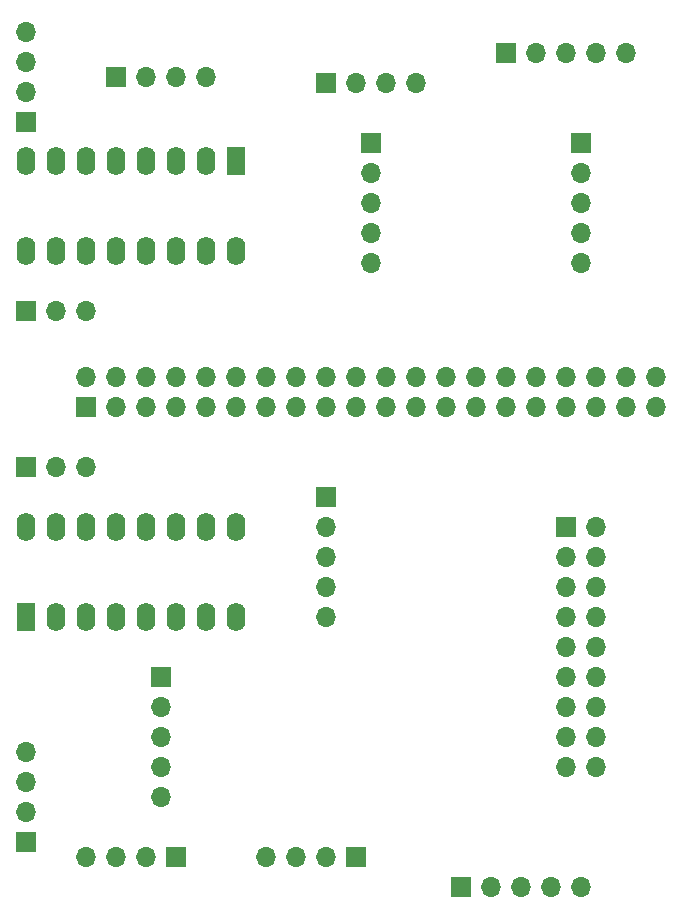
<source format=gbr>
G04 #@! TF.FileFunction,Soldermask,Top*
%FSLAX46Y46*%
G04 Gerber Fmt 4.6, Leading zero omitted, Abs format (unit mm)*
G04 Created by KiCad (PCBNEW 4.0.4-stable) date 04/16/17 22:08:56*
%MOMM*%
%LPD*%
G01*
G04 APERTURE LIST*
%ADD10C,0.100000*%
%ADD11R,1.700000X1.700000*%
%ADD12O,1.700000X1.700000*%
%ADD13R,1.600000X2.400000*%
%ADD14O,1.600000X2.400000*%
G04 APERTURE END LIST*
D10*
D11*
X121920000Y-65532000D03*
D12*
X124460000Y-65532000D03*
X127000000Y-65532000D03*
D11*
X121920000Y-78740000D03*
D12*
X124460000Y-78740000D03*
X127000000Y-78740000D03*
D11*
X127000000Y-73660000D03*
D12*
X127000000Y-71120000D03*
X129540000Y-73660000D03*
X129540000Y-71120000D03*
X132080000Y-73660000D03*
X132080000Y-71120000D03*
X134620000Y-73660000D03*
X134620000Y-71120000D03*
X137160000Y-73660000D03*
X137160000Y-71120000D03*
X139700000Y-73660000D03*
X139700000Y-71120000D03*
X142240000Y-73660000D03*
X142240000Y-71120000D03*
X144780000Y-73660000D03*
X144780000Y-71120000D03*
X147320000Y-73660000D03*
X147320000Y-71120000D03*
X149860000Y-73660000D03*
X149860000Y-71120000D03*
X152400000Y-73660000D03*
X152400000Y-71120000D03*
X154940000Y-73660000D03*
X154940000Y-71120000D03*
X157480000Y-73660000D03*
X157480000Y-71120000D03*
X160020000Y-73660000D03*
X160020000Y-71120000D03*
X162560000Y-73660000D03*
X162560000Y-71120000D03*
X165100000Y-73660000D03*
X165100000Y-71120000D03*
X167640000Y-73660000D03*
X167640000Y-71120000D03*
X170180000Y-73660000D03*
X170180000Y-71120000D03*
X172720000Y-73660000D03*
X172720000Y-71120000D03*
X175260000Y-73660000D03*
X175260000Y-71120000D03*
D11*
X147320000Y-46228000D03*
D12*
X149860000Y-46228000D03*
X152400000Y-46228000D03*
X154940000Y-46228000D03*
D11*
X134620000Y-111760000D03*
D12*
X132080000Y-111760000D03*
X129540000Y-111760000D03*
X127000000Y-111760000D03*
D11*
X129540000Y-45720000D03*
D12*
X132080000Y-45720000D03*
X134620000Y-45720000D03*
X137160000Y-45720000D03*
D11*
X121920000Y-49530000D03*
D12*
X121920000Y-46990000D03*
X121920000Y-44450000D03*
X121920000Y-41910000D03*
D11*
X149860000Y-111760000D03*
D12*
X147320000Y-111760000D03*
X144780000Y-111760000D03*
X142240000Y-111760000D03*
D11*
X121920000Y-110490000D03*
D12*
X121920000Y-107950000D03*
X121920000Y-105410000D03*
X121920000Y-102870000D03*
D13*
X139700000Y-52832000D03*
D14*
X121920000Y-60452000D03*
X137160000Y-52832000D03*
X124460000Y-60452000D03*
X134620000Y-52832000D03*
X127000000Y-60452000D03*
X132080000Y-52832000D03*
X129540000Y-60452000D03*
X129540000Y-52832000D03*
X132080000Y-60452000D03*
X127000000Y-52832000D03*
X134620000Y-60452000D03*
X124460000Y-52832000D03*
X137160000Y-60452000D03*
X121920000Y-52832000D03*
X139700000Y-60452000D03*
D11*
X151130000Y-51308000D03*
D12*
X151130000Y-53848000D03*
X151130000Y-56388000D03*
X151130000Y-58928000D03*
X151130000Y-61468000D03*
D11*
X168910000Y-51308000D03*
D12*
X168910000Y-53848000D03*
X168910000Y-56388000D03*
X168910000Y-58928000D03*
X168910000Y-61468000D03*
D11*
X147320000Y-81280000D03*
D12*
X147320000Y-83820000D03*
X147320000Y-86360000D03*
X147320000Y-88900000D03*
X147320000Y-91440000D03*
D11*
X158750000Y-114300000D03*
D12*
X161290000Y-114300000D03*
X163830000Y-114300000D03*
X166370000Y-114300000D03*
X168910000Y-114300000D03*
D11*
X133350000Y-96520000D03*
D12*
X133350000Y-99060000D03*
X133350000Y-101600000D03*
X133350000Y-104140000D03*
X133350000Y-106680000D03*
D11*
X162560000Y-43688000D03*
D12*
X165100000Y-43688000D03*
X167640000Y-43688000D03*
X170180000Y-43688000D03*
X172720000Y-43688000D03*
D13*
X121920000Y-91440000D03*
D14*
X139700000Y-83820000D03*
X124460000Y-91440000D03*
X137160000Y-83820000D03*
X127000000Y-91440000D03*
X134620000Y-83820000D03*
X129540000Y-91440000D03*
X132080000Y-83820000D03*
X132080000Y-91440000D03*
X129540000Y-83820000D03*
X134620000Y-91440000D03*
X127000000Y-83820000D03*
X137160000Y-91440000D03*
X124460000Y-83820000D03*
X139700000Y-91440000D03*
X121920000Y-83820000D03*
D11*
X167640000Y-83820000D03*
D12*
X170180000Y-83820000D03*
X167640000Y-86360000D03*
X170180000Y-86360000D03*
X167640000Y-88900000D03*
X170180000Y-88900000D03*
X167640000Y-91440000D03*
X170180000Y-91440000D03*
X167640000Y-93980000D03*
X170180000Y-93980000D03*
X167640000Y-96520000D03*
X170180000Y-96520000D03*
X167640000Y-99060000D03*
X170180000Y-99060000D03*
X167640000Y-101600000D03*
X170180000Y-101600000D03*
X167640000Y-104140000D03*
X170180000Y-104140000D03*
M02*

</source>
